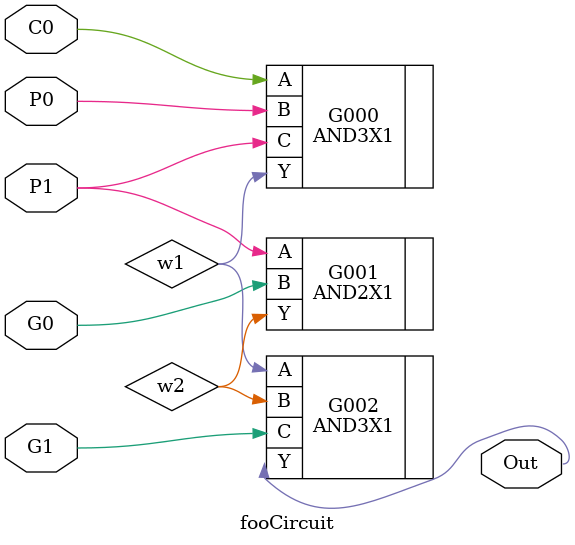
<source format=v>
module fooCircuit (
    C0, P0, P1, G0, G1, Out );
  input  C0, P0, P1, G0, G1;
  output Out;
  wire w1, w2;
  
  AND3X1    G000(.A(C0), .B(P0), .C(P1), .Y(w1));
  AND2X1    G001(.A(P1), .B(G0), .Y(w2));
  AND3X1    G002(.A(w1), .B(w2), .C(G1), .Y(Out));

endmodule



</source>
